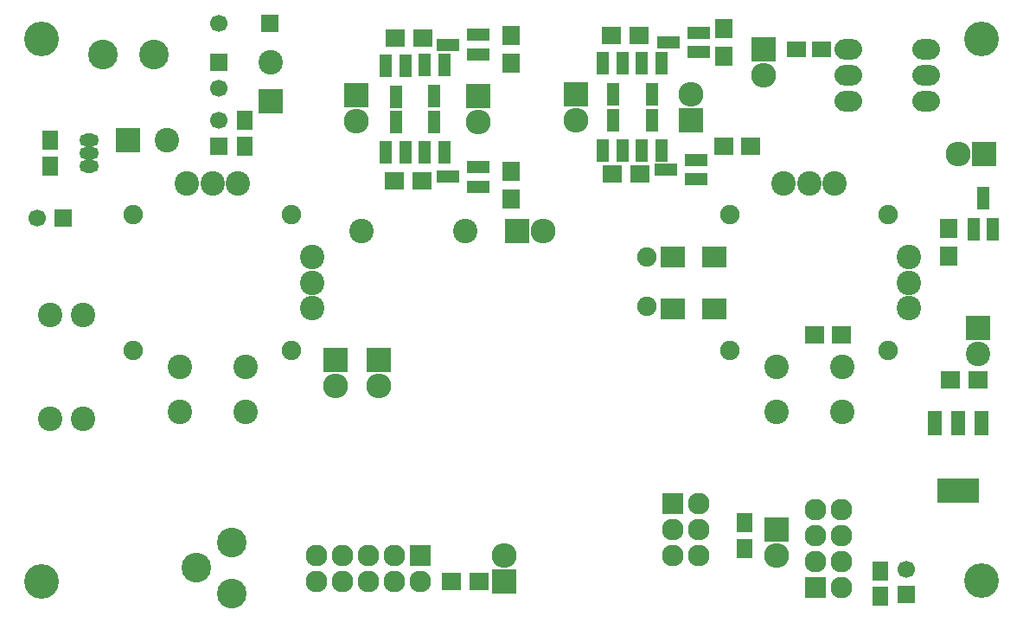
<source format=gbs>
G04 #@! TF.GenerationSoftware,KiCad,Pcbnew,(5.0.0)*
G04 #@! TF.CreationDate,2018-08-15T10:41:59+02:00*
G04 #@! TF.ProjectId,FTController,4654436F6E74726F6C6C65722E6B6963,1.0*
G04 #@! TF.SameCoordinates,Original*
G04 #@! TF.FileFunction,Soldermask,Bot*
G04 #@! TF.FilePolarity,Negative*
%FSLAX46Y46*%
G04 Gerber Fmt 4.6, Leading zero omitted, Abs format (unit mm)*
G04 Created by KiCad (PCBNEW (5.0.0)) date 08/15/18 10:41:59*
%MOMM*%
%LPD*%
G01*
G04 APERTURE LIST*
%ADD10C,2.398980*%
%ADD11C,1.901140*%
%ADD12R,1.650000X1.900000*%
%ADD13R,2.400000X2.000000*%
%ADD14R,2.398980X2.398980*%
%ADD15C,2.400000*%
%ADD16R,2.400000X2.400000*%
%ADD17R,2.127200X2.127200*%
%ADD18O,2.127200X2.127200*%
%ADD19R,2.200860X1.200100*%
%ADD20R,1.200100X2.200860*%
%ADD21R,1.900000X1.650000*%
%ADD22O,2.700000X2.000000*%
%ADD23C,1.700000*%
%ADD24R,1.700000X1.700000*%
%ADD25O,2.432000X2.432000*%
%ADD26R,2.432000X2.432000*%
%ADD27O,1.901140X1.299160*%
%ADD28C,3.400000*%
%ADD29C,2.899360*%
%ADD30R,1.900000X1.700000*%
%ADD31R,1.700000X1.900000*%
%ADD32R,4.057600X2.432000*%
%ADD33R,1.416000X2.432000*%
%ADD34C,2.900000*%
G04 APERTURE END LIST*
D10*
G04 #@! TO.C,U5*
X227406200Y-129489200D03*
X220903800Y-129489200D03*
X227406200Y-125089920D03*
X220903800Y-125089920D03*
D11*
X216405460Y-123489720D03*
X231904540Y-123489720D03*
X216405460Y-110190280D03*
X231904540Y-110190280D03*
D10*
X226654360Y-107088940D03*
X221655640Y-107088940D03*
X224155000Y-107088940D03*
X233906060Y-119339360D03*
X233906060Y-116840000D03*
X233906060Y-114340640D03*
G04 #@! TD*
D12*
G04 #@! TO.C,C3*
X217805000Y-140335000D03*
X217805000Y-142835000D03*
G04 #@! TD*
G04 #@! TO.C,C6*
X149860000Y-102910000D03*
X149860000Y-105410000D03*
G04 #@! TD*
D13*
G04 #@! TO.C,C8*
X210820000Y-119380000D03*
X214820000Y-119380000D03*
G04 #@! TD*
G04 #@! TO.C,C9*
X214820000Y-114300000D03*
X210820000Y-114300000D03*
G04 #@! TD*
D10*
G04 #@! TO.C,D1*
X161290000Y-102870000D03*
D14*
X157480000Y-102870000D03*
G04 #@! TD*
D15*
G04 #@! TO.C,D2*
X240665000Y-123825000D03*
D16*
X240665000Y-121285000D03*
G04 #@! TD*
D17*
G04 #@! TO.C,P4*
X210820000Y-138430000D03*
D18*
X213360000Y-138430000D03*
X210820000Y-140970000D03*
X213360000Y-140970000D03*
X210820000Y-143510000D03*
X213360000Y-143510000D03*
G04 #@! TD*
D19*
G04 #@! TO.C,Q3*
X213079140Y-104841000D03*
X213079140Y-106741000D03*
X210076860Y-105791000D03*
G04 #@! TD*
D20*
G04 #@! TO.C,Q6*
X209673000Y-103944140D03*
X207773000Y-103944140D03*
X208723000Y-100941860D03*
G04 #@! TD*
G04 #@! TO.C,Q7*
X205863000Y-103944140D03*
X203963000Y-103944140D03*
X204913000Y-100941860D03*
G04 #@! TD*
G04 #@! TO.C,Q10*
X207773000Y-95399560D03*
X209673000Y-95399560D03*
X208723000Y-98401840D03*
G04 #@! TD*
G04 #@! TO.C,Q11*
X204913000Y-98401840D03*
X205863000Y-95399560D03*
X203963000Y-95399560D03*
G04 #@! TD*
D19*
G04 #@! TO.C,Q13*
X210357720Y-93321900D03*
X213360000Y-94271900D03*
X213360000Y-92371900D03*
G04 #@! TD*
G04 #@! TO.C,Q15*
X188729860Y-93551900D03*
X191732140Y-94501900D03*
X191732140Y-92601900D03*
G04 #@! TD*
D20*
G04 #@! TO.C,Q18*
X187452000Y-98552040D03*
X188402000Y-95549760D03*
X186502000Y-95549760D03*
G04 #@! TD*
G04 #@! TO.C,Q19*
X182700000Y-95629660D03*
X184600000Y-95629660D03*
X183650000Y-98631940D03*
G04 #@! TD*
G04 #@! TO.C,Q22*
X188402000Y-104094140D03*
X186502000Y-104094140D03*
X187452000Y-101091860D03*
G04 #@! TD*
G04 #@! TO.C,Q23*
X183650000Y-101091860D03*
X182700000Y-104094140D03*
X184600000Y-104094140D03*
G04 #@! TD*
D19*
G04 #@! TO.C,Q25*
X188729860Y-106483000D03*
X191732140Y-107433000D03*
X191732140Y-105533000D03*
G04 #@! TD*
D21*
G04 #@! TO.C,R1*
X225385000Y-93980000D03*
X222885000Y-93980000D03*
G04 #@! TD*
D22*
G04 #@! TO.C,U2*
X227965000Y-93980000D03*
X227965000Y-96520000D03*
X227965000Y-99060000D03*
X235585000Y-99060000D03*
X235585000Y-96520000D03*
X235585000Y-93980000D03*
G04 #@! TD*
D10*
G04 #@! TO.C,U4*
X175486060Y-114340640D03*
X175486060Y-116840000D03*
X175486060Y-119339360D03*
X165735000Y-107088940D03*
X163235640Y-107088940D03*
X168234360Y-107088940D03*
D11*
X173484540Y-110190280D03*
X157985460Y-110190280D03*
X173484540Y-123489720D03*
X157985460Y-123489720D03*
D10*
X162483800Y-125089920D03*
X168986200Y-125089920D03*
X162483800Y-129489200D03*
X168986200Y-129489200D03*
G04 #@! TD*
D11*
G04 #@! TO.C,Y1*
X208280000Y-114300060D03*
X208280000Y-119181940D03*
G04 #@! TD*
D23*
G04 #@! TO.C,C1*
X166370000Y-97790000D03*
D24*
X166370000Y-95290000D03*
G04 #@! TD*
D23*
G04 #@! TO.C,C4*
X148590000Y-110490000D03*
D24*
X151090000Y-110490000D03*
G04 #@! TD*
D25*
G04 #@! TO.C,JP1*
X198120000Y-111760000D03*
D26*
X195580000Y-111760000D03*
G04 #@! TD*
G04 #@! TO.C,P2*
X219710000Y-93980000D03*
D25*
X219710000Y-96520000D03*
G04 #@! TD*
D26*
G04 #@! TO.C,P5*
X241300000Y-104267000D03*
D25*
X238760000Y-104267000D03*
G04 #@! TD*
D26*
G04 #@! TO.C,P6*
X201295000Y-98425000D03*
D25*
X201295000Y-100965000D03*
G04 #@! TD*
G04 #@! TO.C,P7*
X212533000Y-98425000D03*
D26*
X212533000Y-100965000D03*
G04 #@! TD*
D25*
G04 #@! TO.C,P8*
X179773000Y-101068500D03*
D26*
X179773000Y-98528500D03*
G04 #@! TD*
G04 #@! TO.C,P9*
X191770000Y-98552000D03*
D25*
X191770000Y-101092000D03*
G04 #@! TD*
D20*
G04 #@! TO.C,Q1*
X242123000Y-111587140D03*
X240223000Y-111587140D03*
X241173000Y-108584860D03*
G04 #@! TD*
D10*
G04 #@! TO.C,R2*
X149860000Y-120015000D03*
X149860000Y-130175000D03*
G04 #@! TD*
G04 #@! TO.C,R3*
X153035000Y-120015000D03*
X153035000Y-130175000D03*
G04 #@! TD*
G04 #@! TO.C,R19*
X190500000Y-111760000D03*
X180340000Y-111760000D03*
G04 #@! TD*
D27*
G04 #@! TO.C,U3*
X153670000Y-104140000D03*
X153670000Y-102870000D03*
X153670000Y-105410000D03*
G04 #@! TD*
D28*
G04 #@! TO.C,MK1*
X149000000Y-93000000D03*
G04 #@! TD*
G04 #@! TO.C,MK2*
X241000000Y-146000000D03*
G04 #@! TD*
G04 #@! TO.C,MK3*
X241000000Y-93000000D03*
G04 #@! TD*
G04 #@! TO.C,MK4*
X149000000Y-146050000D03*
G04 #@! TD*
D17*
G04 #@! TO.C,P3*
X186055000Y-143510000D03*
D18*
X186055000Y-146050000D03*
X183515000Y-143510000D03*
X183515000Y-146050000D03*
X180975000Y-143510000D03*
X180975000Y-146050000D03*
X178435000Y-143510000D03*
X178435000Y-146050000D03*
X175895000Y-143510000D03*
X175895000Y-146050000D03*
G04 #@! TD*
D26*
G04 #@! TO.C,P10*
X194310000Y-146050000D03*
D25*
X194310000Y-143510000D03*
G04 #@! TD*
D29*
G04 #@! TO.C,RV1*
X164139880Y-144739640D03*
X167640000Y-142240280D03*
X167640000Y-147239000D03*
G04 #@! TD*
D30*
G04 #@! TO.C,R4*
X237965000Y-126365000D03*
X240665000Y-126365000D03*
G04 #@! TD*
G04 #@! TO.C,R6*
X224630000Y-121920000D03*
X227330000Y-121920000D03*
G04 #@! TD*
G04 #@! TO.C,R8*
X218440000Y-103505000D03*
X215740000Y-103505000D03*
G04 #@! TD*
G04 #@! TO.C,R10*
X207553000Y-106225000D03*
X204853000Y-106225000D03*
G04 #@! TD*
G04 #@! TO.C,R12*
X207513000Y-92686900D03*
X204813000Y-92686900D03*
G04 #@! TD*
D31*
G04 #@! TO.C,R14*
X215820000Y-91995000D03*
X215820000Y-94695000D03*
G04 #@! TD*
G04 #@! TO.C,R16*
X194945000Y-95330000D03*
X194945000Y-92630000D03*
G04 #@! TD*
D30*
G04 #@! TO.C,R18*
X186290000Y-92916900D03*
X183590000Y-92916900D03*
G04 #@! TD*
G04 #@! TO.C,R21*
X186250000Y-106887000D03*
X183550000Y-106887000D03*
G04 #@! TD*
D31*
G04 #@! TO.C,R23*
X194945000Y-105965000D03*
X194945000Y-108665000D03*
G04 #@! TD*
D30*
G04 #@! TO.C,R5*
X191850000Y-146050000D03*
X189150000Y-146050000D03*
G04 #@! TD*
D12*
G04 #@! TO.C,C10*
X231140000Y-147554000D03*
X231140000Y-145054000D03*
G04 #@! TD*
D24*
G04 #@! TO.C,C11*
X233640000Y-147360000D03*
D23*
X233640000Y-144860000D03*
G04 #@! TD*
D32*
G04 #@! TO.C,U1*
X238760000Y-137160000D03*
D33*
X238760000Y-130556000D03*
X241046000Y-130556000D03*
X236474000Y-130556000D03*
G04 #@! TD*
D17*
G04 #@! TO.C,U6*
X224790000Y-146685000D03*
D18*
X227330000Y-146685000D03*
X224790000Y-144145000D03*
X227330000Y-144145000D03*
X224790000Y-141605000D03*
X227330000Y-141605000D03*
X224790000Y-139065000D03*
X227330000Y-139065000D03*
G04 #@! TD*
D26*
G04 #@! TO.C,J1*
X220980000Y-140970000D03*
D25*
X220980000Y-143510000D03*
G04 #@! TD*
D26*
G04 #@! TO.C,J2*
X177726000Y-124426000D03*
D25*
X177726000Y-126966000D03*
G04 #@! TD*
G04 #@! TO.C,J3*
X182018000Y-126966000D03*
D26*
X182018000Y-124426000D03*
G04 #@! TD*
D24*
G04 #@! TO.C,C12*
X166370000Y-103465000D03*
D23*
X166370000Y-100965000D03*
G04 #@! TD*
D12*
G04 #@! TO.C,C13*
X168910000Y-103485000D03*
X168910000Y-100985000D03*
G04 #@! TD*
D34*
G04 #@! TO.C,P1*
X159980000Y-94488000D03*
X154980000Y-94488000D03*
G04 #@! TD*
D10*
G04 #@! TO.C,D3*
X171450000Y-95250000D03*
D14*
X171450000Y-99060000D03*
G04 #@! TD*
D24*
G04 #@! TO.C,F1*
X171370000Y-91440000D03*
D23*
X166370000Y-91440000D03*
G04 #@! TD*
D31*
G04 #@! TO.C,R25*
X237824000Y-111506000D03*
X237824000Y-114206000D03*
G04 #@! TD*
M02*

</source>
